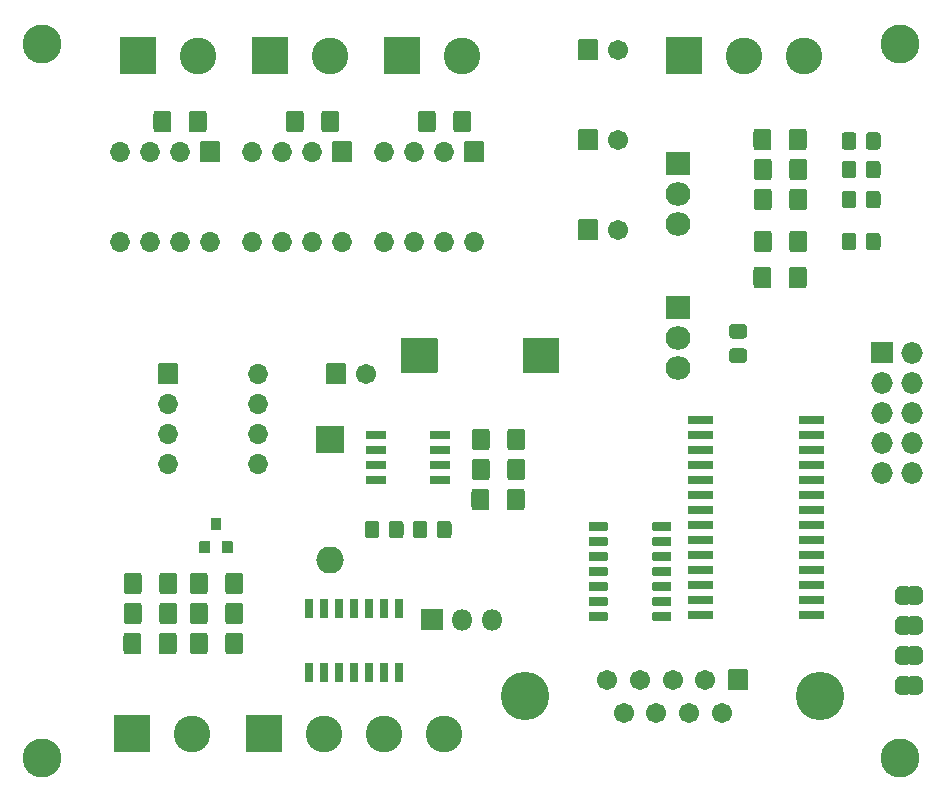
<source format=gbr>
G04 #@! TF.GenerationSoftware,KiCad,Pcbnew,(5.1.7)-1*
G04 #@! TF.CreationDate,2020-09-27T11:12:09+02:00*
G04 #@! TF.ProjectId,YAPSCO,59415053-434f-42e6-9b69-6361645f7063,rev?*
G04 #@! TF.SameCoordinates,PX6a95280PY86ae840*
G04 #@! TF.FileFunction,Soldermask,Top*
G04 #@! TF.FilePolarity,Negative*
%FSLAX46Y46*%
G04 Gerber Fmt 4.6, Leading zero omitted, Abs format (unit mm)*
G04 Created by KiCad (PCBNEW (5.1.7)-1) date 2020-09-27 11:12:09*
%MOMM*%
%LPD*%
G01*
G04 APERTURE LIST*
%ADD10C,0.100000*%
%ADD11C,3.102000*%
%ADD12C,4.102000*%
%ADD13C,1.702000*%
%ADD14C,3.302000*%
%ADD15O,2.302000X2.302000*%
%ADD16O,1.802000X1.802000*%
%ADD17O,2.102000X2.007000*%
%ADD18O,1.702000X1.702000*%
%ADD19O,1.829200X1.829200*%
G04 APERTURE END LIST*
D10*
G36*
X79142112Y16040398D02*
G01*
X79160534Y16040398D01*
X79165533Y16040152D01*
X79214364Y16035342D01*
X79219314Y16034608D01*
X79267439Y16025036D01*
X79272295Y16023820D01*
X79319250Y16009576D01*
X79323961Y16007890D01*
X79369294Y15989113D01*
X79373820Y15986973D01*
X79417093Y15963842D01*
X79421384Y15961269D01*
X79462183Y15934009D01*
X79466204Y15931027D01*
X79504133Y15899899D01*
X79507841Y15896538D01*
X79542538Y15861841D01*
X79545899Y15858133D01*
X79577027Y15820204D01*
X79580009Y15816183D01*
X79607269Y15775384D01*
X79609842Y15771093D01*
X79632973Y15727820D01*
X79635113Y15723294D01*
X79653890Y15677961D01*
X79655576Y15673250D01*
X79669820Y15626295D01*
X79671036Y15621439D01*
X79680608Y15573314D01*
X79681342Y15568364D01*
X79686152Y15519533D01*
X79686398Y15514534D01*
X79686398Y15496112D01*
X79687000Y15490000D01*
X79687000Y14990000D01*
X79686398Y14983888D01*
X79686398Y14965466D01*
X79686152Y14960467D01*
X79681342Y14911636D01*
X79680608Y14906686D01*
X79671036Y14858561D01*
X79669820Y14853705D01*
X79655576Y14806750D01*
X79653890Y14802039D01*
X79635113Y14756706D01*
X79632973Y14752180D01*
X79609842Y14708907D01*
X79607269Y14704616D01*
X79580009Y14663817D01*
X79577027Y14659796D01*
X79545899Y14621867D01*
X79542538Y14618159D01*
X79507841Y14583462D01*
X79504133Y14580101D01*
X79466204Y14548973D01*
X79462183Y14545991D01*
X79421384Y14518731D01*
X79417093Y14516158D01*
X79373820Y14493027D01*
X79369294Y14490887D01*
X79323961Y14472110D01*
X79319250Y14470424D01*
X79272295Y14456180D01*
X79267439Y14454964D01*
X79219314Y14445392D01*
X79214364Y14444658D01*
X79165533Y14439848D01*
X79160534Y14439602D01*
X79142112Y14439602D01*
X79136000Y14439000D01*
X78636000Y14439000D01*
X78626050Y14439980D01*
X78616483Y14442882D01*
X78607666Y14447595D01*
X78599938Y14453938D01*
X78593595Y14461666D01*
X78588882Y14470483D01*
X78585980Y14480050D01*
X78585000Y14490000D01*
X78585000Y15990000D01*
X78585980Y15999950D01*
X78588882Y16009517D01*
X78593595Y16018334D01*
X78599938Y16026062D01*
X78607666Y16032405D01*
X78616483Y16037118D01*
X78626050Y16040020D01*
X78636000Y16041000D01*
X79136000Y16041000D01*
X79142112Y16040398D01*
G37*
G36*
X78345950Y16040020D02*
G01*
X78355517Y16037118D01*
X78364334Y16032405D01*
X78372062Y16026062D01*
X78378405Y16018334D01*
X78383118Y16009517D01*
X78386020Y15999950D01*
X78387000Y15990000D01*
X78387000Y14490000D01*
X78386020Y14480050D01*
X78383118Y14470483D01*
X78378405Y14461666D01*
X78372062Y14453938D01*
X78364334Y14447595D01*
X78355517Y14442882D01*
X78345950Y14439980D01*
X78336000Y14439000D01*
X77836000Y14439000D01*
X77829888Y14439602D01*
X77811466Y14439602D01*
X77806467Y14439848D01*
X77757636Y14444658D01*
X77752686Y14445392D01*
X77704561Y14454964D01*
X77699705Y14456180D01*
X77652750Y14470424D01*
X77648039Y14472110D01*
X77602706Y14490887D01*
X77598180Y14493027D01*
X77554907Y14516158D01*
X77550616Y14518731D01*
X77509817Y14545991D01*
X77505796Y14548973D01*
X77467867Y14580101D01*
X77464159Y14583462D01*
X77429462Y14618159D01*
X77426101Y14621867D01*
X77394973Y14659796D01*
X77391991Y14663817D01*
X77364731Y14704616D01*
X77362158Y14708907D01*
X77339027Y14752180D01*
X77336887Y14756706D01*
X77318110Y14802039D01*
X77316424Y14806750D01*
X77302180Y14853705D01*
X77300964Y14858561D01*
X77291392Y14906686D01*
X77290658Y14911636D01*
X77285848Y14960467D01*
X77285602Y14965466D01*
X77285602Y14983888D01*
X77285000Y14990000D01*
X77285000Y15490000D01*
X77285602Y15496112D01*
X77285602Y15514534D01*
X77285848Y15519533D01*
X77290658Y15568364D01*
X77291392Y15573314D01*
X77300964Y15621439D01*
X77302180Y15626295D01*
X77316424Y15673250D01*
X77318110Y15677961D01*
X77336887Y15723294D01*
X77339027Y15727820D01*
X77362158Y15771093D01*
X77364731Y15775384D01*
X77391991Y15816183D01*
X77394973Y15820204D01*
X77426101Y15858133D01*
X77429462Y15861841D01*
X77464159Y15896538D01*
X77467867Y15899899D01*
X77505796Y15931027D01*
X77509817Y15934009D01*
X77550616Y15961269D01*
X77554907Y15963842D01*
X77598180Y15986973D01*
X77602706Y15989113D01*
X77648039Y16007890D01*
X77652750Y16009576D01*
X77699705Y16023820D01*
X77704561Y16025036D01*
X77752686Y16034608D01*
X77757636Y16035342D01*
X77806467Y16040152D01*
X77811466Y16040398D01*
X77829888Y16040398D01*
X77836000Y16041000D01*
X78336000Y16041000D01*
X78345950Y16040020D01*
G37*
G36*
X79142112Y21120398D02*
G01*
X79160534Y21120398D01*
X79165533Y21120152D01*
X79214364Y21115342D01*
X79219314Y21114608D01*
X79267439Y21105036D01*
X79272295Y21103820D01*
X79319250Y21089576D01*
X79323961Y21087890D01*
X79369294Y21069113D01*
X79373820Y21066973D01*
X79417093Y21043842D01*
X79421384Y21041269D01*
X79462183Y21014009D01*
X79466204Y21011027D01*
X79504133Y20979899D01*
X79507841Y20976538D01*
X79542538Y20941841D01*
X79545899Y20938133D01*
X79577027Y20900204D01*
X79580009Y20896183D01*
X79607269Y20855384D01*
X79609842Y20851093D01*
X79632973Y20807820D01*
X79635113Y20803294D01*
X79653890Y20757961D01*
X79655576Y20753250D01*
X79669820Y20706295D01*
X79671036Y20701439D01*
X79680608Y20653314D01*
X79681342Y20648364D01*
X79686152Y20599533D01*
X79686398Y20594534D01*
X79686398Y20576112D01*
X79687000Y20570000D01*
X79687000Y20070000D01*
X79686398Y20063888D01*
X79686398Y20045466D01*
X79686152Y20040467D01*
X79681342Y19991636D01*
X79680608Y19986686D01*
X79671036Y19938561D01*
X79669820Y19933705D01*
X79655576Y19886750D01*
X79653890Y19882039D01*
X79635113Y19836706D01*
X79632973Y19832180D01*
X79609842Y19788907D01*
X79607269Y19784616D01*
X79580009Y19743817D01*
X79577027Y19739796D01*
X79545899Y19701867D01*
X79542538Y19698159D01*
X79507841Y19663462D01*
X79504133Y19660101D01*
X79466204Y19628973D01*
X79462183Y19625991D01*
X79421384Y19598731D01*
X79417093Y19596158D01*
X79373820Y19573027D01*
X79369294Y19570887D01*
X79323961Y19552110D01*
X79319250Y19550424D01*
X79272295Y19536180D01*
X79267439Y19534964D01*
X79219314Y19525392D01*
X79214364Y19524658D01*
X79165533Y19519848D01*
X79160534Y19519602D01*
X79142112Y19519602D01*
X79136000Y19519000D01*
X78636000Y19519000D01*
X78626050Y19519980D01*
X78616483Y19522882D01*
X78607666Y19527595D01*
X78599938Y19533938D01*
X78593595Y19541666D01*
X78588882Y19550483D01*
X78585980Y19560050D01*
X78585000Y19570000D01*
X78585000Y21070000D01*
X78585980Y21079950D01*
X78588882Y21089517D01*
X78593595Y21098334D01*
X78599938Y21106062D01*
X78607666Y21112405D01*
X78616483Y21117118D01*
X78626050Y21120020D01*
X78636000Y21121000D01*
X79136000Y21121000D01*
X79142112Y21120398D01*
G37*
G36*
X78345950Y21120020D02*
G01*
X78355517Y21117118D01*
X78364334Y21112405D01*
X78372062Y21106062D01*
X78378405Y21098334D01*
X78383118Y21089517D01*
X78386020Y21079950D01*
X78387000Y21070000D01*
X78387000Y19570000D01*
X78386020Y19560050D01*
X78383118Y19550483D01*
X78378405Y19541666D01*
X78372062Y19533938D01*
X78364334Y19527595D01*
X78355517Y19522882D01*
X78345950Y19519980D01*
X78336000Y19519000D01*
X77836000Y19519000D01*
X77829888Y19519602D01*
X77811466Y19519602D01*
X77806467Y19519848D01*
X77757636Y19524658D01*
X77752686Y19525392D01*
X77704561Y19534964D01*
X77699705Y19536180D01*
X77652750Y19550424D01*
X77648039Y19552110D01*
X77602706Y19570887D01*
X77598180Y19573027D01*
X77554907Y19596158D01*
X77550616Y19598731D01*
X77509817Y19625991D01*
X77505796Y19628973D01*
X77467867Y19660101D01*
X77464159Y19663462D01*
X77429462Y19698159D01*
X77426101Y19701867D01*
X77394973Y19739796D01*
X77391991Y19743817D01*
X77364731Y19784616D01*
X77362158Y19788907D01*
X77339027Y19832180D01*
X77336887Y19836706D01*
X77318110Y19882039D01*
X77316424Y19886750D01*
X77302180Y19933705D01*
X77300964Y19938561D01*
X77291392Y19986686D01*
X77290658Y19991636D01*
X77285848Y20040467D01*
X77285602Y20045466D01*
X77285602Y20063888D01*
X77285000Y20070000D01*
X77285000Y20570000D01*
X77285602Y20576112D01*
X77285602Y20594534D01*
X77285848Y20599533D01*
X77290658Y20648364D01*
X77291392Y20653314D01*
X77300964Y20701439D01*
X77302180Y20706295D01*
X77316424Y20753250D01*
X77318110Y20757961D01*
X77336887Y20803294D01*
X77339027Y20807820D01*
X77362158Y20851093D01*
X77364731Y20855384D01*
X77391991Y20896183D01*
X77394973Y20900204D01*
X77426101Y20938133D01*
X77429462Y20941841D01*
X77464159Y20976538D01*
X77467867Y20979899D01*
X77505796Y21011027D01*
X77509817Y21014009D01*
X77550616Y21041269D01*
X77554907Y21043842D01*
X77598180Y21066973D01*
X77602706Y21069113D01*
X77648039Y21087890D01*
X77652750Y21089576D01*
X77699705Y21103820D01*
X77704561Y21105036D01*
X77752686Y21114608D01*
X77757636Y21115342D01*
X77806467Y21120152D01*
X77811466Y21120398D01*
X77829888Y21120398D01*
X77836000Y21121000D01*
X78336000Y21121000D01*
X78345950Y21120020D01*
G37*
G36*
X79142112Y18580398D02*
G01*
X79160534Y18580398D01*
X79165533Y18580152D01*
X79214364Y18575342D01*
X79219314Y18574608D01*
X79267439Y18565036D01*
X79272295Y18563820D01*
X79319250Y18549576D01*
X79323961Y18547890D01*
X79369294Y18529113D01*
X79373820Y18526973D01*
X79417093Y18503842D01*
X79421384Y18501269D01*
X79462183Y18474009D01*
X79466204Y18471027D01*
X79504133Y18439899D01*
X79507841Y18436538D01*
X79542538Y18401841D01*
X79545899Y18398133D01*
X79577027Y18360204D01*
X79580009Y18356183D01*
X79607269Y18315384D01*
X79609842Y18311093D01*
X79632973Y18267820D01*
X79635113Y18263294D01*
X79653890Y18217961D01*
X79655576Y18213250D01*
X79669820Y18166295D01*
X79671036Y18161439D01*
X79680608Y18113314D01*
X79681342Y18108364D01*
X79686152Y18059533D01*
X79686398Y18054534D01*
X79686398Y18036112D01*
X79687000Y18030000D01*
X79687000Y17530000D01*
X79686398Y17523888D01*
X79686398Y17505466D01*
X79686152Y17500467D01*
X79681342Y17451636D01*
X79680608Y17446686D01*
X79671036Y17398561D01*
X79669820Y17393705D01*
X79655576Y17346750D01*
X79653890Y17342039D01*
X79635113Y17296706D01*
X79632973Y17292180D01*
X79609842Y17248907D01*
X79607269Y17244616D01*
X79580009Y17203817D01*
X79577027Y17199796D01*
X79545899Y17161867D01*
X79542538Y17158159D01*
X79507841Y17123462D01*
X79504133Y17120101D01*
X79466204Y17088973D01*
X79462183Y17085991D01*
X79421384Y17058731D01*
X79417093Y17056158D01*
X79373820Y17033027D01*
X79369294Y17030887D01*
X79323961Y17012110D01*
X79319250Y17010424D01*
X79272295Y16996180D01*
X79267439Y16994964D01*
X79219314Y16985392D01*
X79214364Y16984658D01*
X79165533Y16979848D01*
X79160534Y16979602D01*
X79142112Y16979602D01*
X79136000Y16979000D01*
X78636000Y16979000D01*
X78626050Y16979980D01*
X78616483Y16982882D01*
X78607666Y16987595D01*
X78599938Y16993938D01*
X78593595Y17001666D01*
X78588882Y17010483D01*
X78585980Y17020050D01*
X78585000Y17030000D01*
X78585000Y18530000D01*
X78585980Y18539950D01*
X78588882Y18549517D01*
X78593595Y18558334D01*
X78599938Y18566062D01*
X78607666Y18572405D01*
X78616483Y18577118D01*
X78626050Y18580020D01*
X78636000Y18581000D01*
X79136000Y18581000D01*
X79142112Y18580398D01*
G37*
G36*
X78345950Y18580020D02*
G01*
X78355517Y18577118D01*
X78364334Y18572405D01*
X78372062Y18566062D01*
X78378405Y18558334D01*
X78383118Y18549517D01*
X78386020Y18539950D01*
X78387000Y18530000D01*
X78387000Y17030000D01*
X78386020Y17020050D01*
X78383118Y17010483D01*
X78378405Y17001666D01*
X78372062Y16993938D01*
X78364334Y16987595D01*
X78355517Y16982882D01*
X78345950Y16979980D01*
X78336000Y16979000D01*
X77836000Y16979000D01*
X77829888Y16979602D01*
X77811466Y16979602D01*
X77806467Y16979848D01*
X77757636Y16984658D01*
X77752686Y16985392D01*
X77704561Y16994964D01*
X77699705Y16996180D01*
X77652750Y17010424D01*
X77648039Y17012110D01*
X77602706Y17030887D01*
X77598180Y17033027D01*
X77554907Y17056158D01*
X77550616Y17058731D01*
X77509817Y17085991D01*
X77505796Y17088973D01*
X77467867Y17120101D01*
X77464159Y17123462D01*
X77429462Y17158159D01*
X77426101Y17161867D01*
X77394973Y17199796D01*
X77391991Y17203817D01*
X77364731Y17244616D01*
X77362158Y17248907D01*
X77339027Y17292180D01*
X77336887Y17296706D01*
X77318110Y17342039D01*
X77316424Y17346750D01*
X77302180Y17393705D01*
X77300964Y17398561D01*
X77291392Y17446686D01*
X77290658Y17451636D01*
X77285848Y17500467D01*
X77285602Y17505466D01*
X77285602Y17523888D01*
X77285000Y17530000D01*
X77285000Y18030000D01*
X77285602Y18036112D01*
X77285602Y18054534D01*
X77285848Y18059533D01*
X77290658Y18108364D01*
X77291392Y18113314D01*
X77300964Y18161439D01*
X77302180Y18166295D01*
X77316424Y18213250D01*
X77318110Y18217961D01*
X77336887Y18263294D01*
X77339027Y18267820D01*
X77362158Y18311093D01*
X77364731Y18315384D01*
X77391991Y18356183D01*
X77394973Y18360204D01*
X77426101Y18398133D01*
X77429462Y18401841D01*
X77464159Y18436538D01*
X77467867Y18439899D01*
X77505796Y18471027D01*
X77509817Y18474009D01*
X77550616Y18501269D01*
X77554907Y18503842D01*
X77598180Y18526973D01*
X77602706Y18529113D01*
X77648039Y18547890D01*
X77652750Y18549576D01*
X77699705Y18563820D01*
X77704561Y18565036D01*
X77752686Y18574608D01*
X77757636Y18575342D01*
X77806467Y18580152D01*
X77811466Y18580398D01*
X77829888Y18580398D01*
X77836000Y18581000D01*
X78336000Y18581000D01*
X78345950Y18580020D01*
G37*
G36*
X79142112Y13500398D02*
G01*
X79160534Y13500398D01*
X79165533Y13500152D01*
X79214364Y13495342D01*
X79219314Y13494608D01*
X79267439Y13485036D01*
X79272295Y13483820D01*
X79319250Y13469576D01*
X79323961Y13467890D01*
X79369294Y13449113D01*
X79373820Y13446973D01*
X79417093Y13423842D01*
X79421384Y13421269D01*
X79462183Y13394009D01*
X79466204Y13391027D01*
X79504133Y13359899D01*
X79507841Y13356538D01*
X79542538Y13321841D01*
X79545899Y13318133D01*
X79577027Y13280204D01*
X79580009Y13276183D01*
X79607269Y13235384D01*
X79609842Y13231093D01*
X79632973Y13187820D01*
X79635113Y13183294D01*
X79653890Y13137961D01*
X79655576Y13133250D01*
X79669820Y13086295D01*
X79671036Y13081439D01*
X79680608Y13033314D01*
X79681342Y13028364D01*
X79686152Y12979533D01*
X79686398Y12974534D01*
X79686398Y12956112D01*
X79687000Y12950000D01*
X79687000Y12450000D01*
X79686398Y12443888D01*
X79686398Y12425466D01*
X79686152Y12420467D01*
X79681342Y12371636D01*
X79680608Y12366686D01*
X79671036Y12318561D01*
X79669820Y12313705D01*
X79655576Y12266750D01*
X79653890Y12262039D01*
X79635113Y12216706D01*
X79632973Y12212180D01*
X79609842Y12168907D01*
X79607269Y12164616D01*
X79580009Y12123817D01*
X79577027Y12119796D01*
X79545899Y12081867D01*
X79542538Y12078159D01*
X79507841Y12043462D01*
X79504133Y12040101D01*
X79466204Y12008973D01*
X79462183Y12005991D01*
X79421384Y11978731D01*
X79417093Y11976158D01*
X79373820Y11953027D01*
X79369294Y11950887D01*
X79323961Y11932110D01*
X79319250Y11930424D01*
X79272295Y11916180D01*
X79267439Y11914964D01*
X79219314Y11905392D01*
X79214364Y11904658D01*
X79165533Y11899848D01*
X79160534Y11899602D01*
X79142112Y11899602D01*
X79136000Y11899000D01*
X78636000Y11899000D01*
X78626050Y11899980D01*
X78616483Y11902882D01*
X78607666Y11907595D01*
X78599938Y11913938D01*
X78593595Y11921666D01*
X78588882Y11930483D01*
X78585980Y11940050D01*
X78585000Y11950000D01*
X78585000Y13450000D01*
X78585980Y13459950D01*
X78588882Y13469517D01*
X78593595Y13478334D01*
X78599938Y13486062D01*
X78607666Y13492405D01*
X78616483Y13497118D01*
X78626050Y13500020D01*
X78636000Y13501000D01*
X79136000Y13501000D01*
X79142112Y13500398D01*
G37*
G36*
X78345950Y13500020D02*
G01*
X78355517Y13497118D01*
X78364334Y13492405D01*
X78372062Y13486062D01*
X78378405Y13478334D01*
X78383118Y13469517D01*
X78386020Y13459950D01*
X78387000Y13450000D01*
X78387000Y11950000D01*
X78386020Y11940050D01*
X78383118Y11930483D01*
X78378405Y11921666D01*
X78372062Y11913938D01*
X78364334Y11907595D01*
X78355517Y11902882D01*
X78345950Y11899980D01*
X78336000Y11899000D01*
X77836000Y11899000D01*
X77829888Y11899602D01*
X77811466Y11899602D01*
X77806467Y11899848D01*
X77757636Y11904658D01*
X77752686Y11905392D01*
X77704561Y11914964D01*
X77699705Y11916180D01*
X77652750Y11930424D01*
X77648039Y11932110D01*
X77602706Y11950887D01*
X77598180Y11953027D01*
X77554907Y11976158D01*
X77550616Y11978731D01*
X77509817Y12005991D01*
X77505796Y12008973D01*
X77467867Y12040101D01*
X77464159Y12043462D01*
X77429462Y12078159D01*
X77426101Y12081867D01*
X77394973Y12119796D01*
X77391991Y12123817D01*
X77364731Y12164616D01*
X77362158Y12168907D01*
X77339027Y12212180D01*
X77336887Y12216706D01*
X77318110Y12262039D01*
X77316424Y12266750D01*
X77302180Y12313705D01*
X77300964Y12318561D01*
X77291392Y12366686D01*
X77290658Y12371636D01*
X77285848Y12420467D01*
X77285602Y12425466D01*
X77285602Y12443888D01*
X77285000Y12450000D01*
X77285000Y12950000D01*
X77285602Y12956112D01*
X77285602Y12974534D01*
X77285848Y12979533D01*
X77290658Y13028364D01*
X77291392Y13033314D01*
X77300964Y13081439D01*
X77302180Y13086295D01*
X77316424Y13133250D01*
X77318110Y13137961D01*
X77336887Y13183294D01*
X77339027Y13187820D01*
X77362158Y13231093D01*
X77364731Y13235384D01*
X77391991Y13276183D01*
X77394973Y13280204D01*
X77426101Y13318133D01*
X77429462Y13321841D01*
X77464159Y13356538D01*
X77467867Y13359899D01*
X77505796Y13391027D01*
X77509817Y13394009D01*
X77550616Y13421269D01*
X77554907Y13423842D01*
X77598180Y13446973D01*
X77602706Y13449113D01*
X77648039Y13467890D01*
X77652750Y13469576D01*
X77699705Y13483820D01*
X77704561Y13485036D01*
X77752686Y13494608D01*
X77757636Y13495342D01*
X77806467Y13500152D01*
X77811466Y13500398D01*
X77829888Y13500398D01*
X77836000Y13501000D01*
X78336000Y13501000D01*
X78345950Y13500020D01*
G37*
D11*
X17780000Y8636000D03*
G36*
G01*
X11149000Y7136000D02*
X11149000Y10136000D01*
G75*
G02*
X11200000Y10187000I51000J0D01*
G01*
X14200000Y10187000D01*
G75*
G02*
X14251000Y10136000I0J-51000D01*
G01*
X14251000Y7136000D01*
G75*
G02*
X14200000Y7085000I-51000J0D01*
G01*
X11200000Y7085000D01*
G75*
G02*
X11149000Y7136000I0J51000D01*
G01*
G37*
D12*
X70968000Y11788000D03*
X45968000Y11788000D03*
D13*
X54313000Y10368000D03*
X57083000Y10368000D03*
X59853000Y10368000D03*
X62623000Y10368000D03*
X52928000Y13208000D03*
X55698000Y13208000D03*
X58468000Y13208000D03*
X61238000Y13208000D03*
G36*
G01*
X63157000Y12408000D02*
X63157000Y14008000D01*
G75*
G02*
X63208000Y14059000I51000J0D01*
G01*
X64808000Y14059000D01*
G75*
G02*
X64859000Y14008000I0J-51000D01*
G01*
X64859000Y12408000D01*
G75*
G02*
X64808000Y12357000I-51000J0D01*
G01*
X63208000Y12357000D01*
G75*
G02*
X63157000Y12408000I0J51000D01*
G01*
G37*
G36*
G01*
X27986000Y18409000D02*
X27386000Y18409000D01*
G75*
G02*
X27335000Y18460000I0J51000D01*
G01*
X27335000Y19960000D01*
G75*
G02*
X27386000Y20011000I51000J0D01*
G01*
X27986000Y20011000D01*
G75*
G02*
X28037000Y19960000I0J-51000D01*
G01*
X28037000Y18460000D01*
G75*
G02*
X27986000Y18409000I-51000J0D01*
G01*
G37*
G36*
G01*
X29256000Y18409000D02*
X28656000Y18409000D01*
G75*
G02*
X28605000Y18460000I0J51000D01*
G01*
X28605000Y19960000D01*
G75*
G02*
X28656000Y20011000I51000J0D01*
G01*
X29256000Y20011000D01*
G75*
G02*
X29307000Y19960000I0J-51000D01*
G01*
X29307000Y18460000D01*
G75*
G02*
X29256000Y18409000I-51000J0D01*
G01*
G37*
G36*
G01*
X30526000Y18409000D02*
X29926000Y18409000D01*
G75*
G02*
X29875000Y18460000I0J51000D01*
G01*
X29875000Y19960000D01*
G75*
G02*
X29926000Y20011000I51000J0D01*
G01*
X30526000Y20011000D01*
G75*
G02*
X30577000Y19960000I0J-51000D01*
G01*
X30577000Y18460000D01*
G75*
G02*
X30526000Y18409000I-51000J0D01*
G01*
G37*
G36*
G01*
X31796000Y18409000D02*
X31196000Y18409000D01*
G75*
G02*
X31145000Y18460000I0J51000D01*
G01*
X31145000Y19960000D01*
G75*
G02*
X31196000Y20011000I51000J0D01*
G01*
X31796000Y20011000D01*
G75*
G02*
X31847000Y19960000I0J-51000D01*
G01*
X31847000Y18460000D01*
G75*
G02*
X31796000Y18409000I-51000J0D01*
G01*
G37*
G36*
G01*
X33066000Y18409000D02*
X32466000Y18409000D01*
G75*
G02*
X32415000Y18460000I0J51000D01*
G01*
X32415000Y19960000D01*
G75*
G02*
X32466000Y20011000I51000J0D01*
G01*
X33066000Y20011000D01*
G75*
G02*
X33117000Y19960000I0J-51000D01*
G01*
X33117000Y18460000D01*
G75*
G02*
X33066000Y18409000I-51000J0D01*
G01*
G37*
G36*
G01*
X34336000Y18409000D02*
X33736000Y18409000D01*
G75*
G02*
X33685000Y18460000I0J51000D01*
G01*
X33685000Y19960000D01*
G75*
G02*
X33736000Y20011000I51000J0D01*
G01*
X34336000Y20011000D01*
G75*
G02*
X34387000Y19960000I0J-51000D01*
G01*
X34387000Y18460000D01*
G75*
G02*
X34336000Y18409000I-51000J0D01*
G01*
G37*
G36*
G01*
X35606000Y18409000D02*
X35006000Y18409000D01*
G75*
G02*
X34955000Y18460000I0J51000D01*
G01*
X34955000Y19960000D01*
G75*
G02*
X35006000Y20011000I51000J0D01*
G01*
X35606000Y20011000D01*
G75*
G02*
X35657000Y19960000I0J-51000D01*
G01*
X35657000Y18460000D01*
G75*
G02*
X35606000Y18409000I-51000J0D01*
G01*
G37*
G36*
G01*
X35606000Y13009000D02*
X35006000Y13009000D01*
G75*
G02*
X34955000Y13060000I0J51000D01*
G01*
X34955000Y14560000D01*
G75*
G02*
X35006000Y14611000I51000J0D01*
G01*
X35606000Y14611000D01*
G75*
G02*
X35657000Y14560000I0J-51000D01*
G01*
X35657000Y13060000D01*
G75*
G02*
X35606000Y13009000I-51000J0D01*
G01*
G37*
G36*
G01*
X34336000Y13009000D02*
X33736000Y13009000D01*
G75*
G02*
X33685000Y13060000I0J51000D01*
G01*
X33685000Y14560000D01*
G75*
G02*
X33736000Y14611000I51000J0D01*
G01*
X34336000Y14611000D01*
G75*
G02*
X34387000Y14560000I0J-51000D01*
G01*
X34387000Y13060000D01*
G75*
G02*
X34336000Y13009000I-51000J0D01*
G01*
G37*
G36*
G01*
X33066000Y13009000D02*
X32466000Y13009000D01*
G75*
G02*
X32415000Y13060000I0J51000D01*
G01*
X32415000Y14560000D01*
G75*
G02*
X32466000Y14611000I51000J0D01*
G01*
X33066000Y14611000D01*
G75*
G02*
X33117000Y14560000I0J-51000D01*
G01*
X33117000Y13060000D01*
G75*
G02*
X33066000Y13009000I-51000J0D01*
G01*
G37*
G36*
G01*
X31796000Y13009000D02*
X31196000Y13009000D01*
G75*
G02*
X31145000Y13060000I0J51000D01*
G01*
X31145000Y14560000D01*
G75*
G02*
X31196000Y14611000I51000J0D01*
G01*
X31796000Y14611000D01*
G75*
G02*
X31847000Y14560000I0J-51000D01*
G01*
X31847000Y13060000D01*
G75*
G02*
X31796000Y13009000I-51000J0D01*
G01*
G37*
G36*
G01*
X30526000Y13009000D02*
X29926000Y13009000D01*
G75*
G02*
X29875000Y13060000I0J51000D01*
G01*
X29875000Y14560000D01*
G75*
G02*
X29926000Y14611000I51000J0D01*
G01*
X30526000Y14611000D01*
G75*
G02*
X30577000Y14560000I0J-51000D01*
G01*
X30577000Y13060000D01*
G75*
G02*
X30526000Y13009000I-51000J0D01*
G01*
G37*
G36*
G01*
X29256000Y13009000D02*
X28656000Y13009000D01*
G75*
G02*
X28605000Y13060000I0J51000D01*
G01*
X28605000Y14560000D01*
G75*
G02*
X28656000Y14611000I51000J0D01*
G01*
X29256000Y14611000D01*
G75*
G02*
X29307000Y14560000I0J-51000D01*
G01*
X29307000Y13060000D01*
G75*
G02*
X29256000Y13009000I-51000J0D01*
G01*
G37*
G36*
G01*
X27986000Y13009000D02*
X27386000Y13009000D01*
G75*
G02*
X27335000Y13060000I0J51000D01*
G01*
X27335000Y14560000D01*
G75*
G02*
X27386000Y14611000I51000J0D01*
G01*
X27986000Y14611000D01*
G75*
G02*
X28037000Y14560000I0J-51000D01*
G01*
X28037000Y13060000D01*
G75*
G02*
X27986000Y13009000I-51000J0D01*
G01*
G37*
D14*
X5080000Y6604000D03*
X5080000Y67056000D03*
X77724000Y6604000D03*
X77724000Y67056000D03*
D13*
X53808000Y51308000D03*
G36*
G01*
X50457000Y50508000D02*
X50457000Y52108000D01*
G75*
G02*
X50508000Y52159000I51000J0D01*
G01*
X52108000Y52159000D01*
G75*
G02*
X52159000Y52108000I0J-51000D01*
G01*
X52159000Y50508000D01*
G75*
G02*
X52108000Y50457000I-51000J0D01*
G01*
X50508000Y50457000D01*
G75*
G02*
X50457000Y50508000I0J51000D01*
G01*
G37*
G36*
G01*
X64486828Y42055000D02*
X63529172Y42055000D01*
G75*
G02*
X63257000Y42327172I0J272172D01*
G01*
X63257000Y43034828D01*
G75*
G02*
X63529172Y43307000I272172J0D01*
G01*
X64486828Y43307000D01*
G75*
G02*
X64759000Y43034828I0J-272172D01*
G01*
X64759000Y42327172D01*
G75*
G02*
X64486828Y42055000I-272172J0D01*
G01*
G37*
G36*
G01*
X64486828Y40005000D02*
X63529172Y40005000D01*
G75*
G02*
X63257000Y40277172I0J272172D01*
G01*
X63257000Y40984828D01*
G75*
G02*
X63529172Y41257000I272172J0D01*
G01*
X64486828Y41257000D01*
G75*
G02*
X64759000Y40984828I0J-272172D01*
G01*
X64759000Y40277172D01*
G75*
G02*
X64486828Y40005000I-272172J0D01*
G01*
G37*
X53808000Y66548000D03*
G36*
G01*
X50457000Y65748000D02*
X50457000Y67348000D01*
G75*
G02*
X50508000Y67399000I51000J0D01*
G01*
X52108000Y67399000D01*
G75*
G02*
X52159000Y67348000I0J-51000D01*
G01*
X52159000Y65748000D01*
G75*
G02*
X52108000Y65697000I-51000J0D01*
G01*
X50508000Y65697000D01*
G75*
G02*
X50457000Y65748000I0J51000D01*
G01*
G37*
X32472000Y39116000D03*
G36*
G01*
X29121000Y38316000D02*
X29121000Y39916000D01*
G75*
G02*
X29172000Y39967000I51000J0D01*
G01*
X30772000Y39967000D01*
G75*
G02*
X30823000Y39916000I0J-51000D01*
G01*
X30823000Y38316000D01*
G75*
G02*
X30772000Y38265000I-51000J0D01*
G01*
X29172000Y38265000D01*
G75*
G02*
X29121000Y38316000I0J51000D01*
G01*
G37*
X53808000Y58928000D03*
G36*
G01*
X50457000Y58128000D02*
X50457000Y59728000D01*
G75*
G02*
X50508000Y59779000I51000J0D01*
G01*
X52108000Y59779000D01*
G75*
G02*
X52159000Y59728000I0J-51000D01*
G01*
X52159000Y58128000D01*
G75*
G02*
X52108000Y58077000I-51000J0D01*
G01*
X50508000Y58077000D01*
G75*
G02*
X50457000Y58128000I0J51000D01*
G01*
G37*
D15*
X29464000Y23368000D03*
G36*
G01*
X28364000Y34679000D02*
X30564000Y34679000D01*
G75*
G02*
X30615000Y34628000I0J-51000D01*
G01*
X30615000Y32428000D01*
G75*
G02*
X30564000Y32377000I-51000J0D01*
G01*
X28364000Y32377000D01*
G75*
G02*
X28313000Y32428000I0J51000D01*
G01*
X28313000Y34628000D01*
G75*
G02*
X28364000Y34679000I51000J0D01*
G01*
G37*
G36*
G01*
X74023000Y59279828D02*
X74023000Y58322172D01*
G75*
G02*
X73750828Y58050000I-272172J0D01*
G01*
X73043172Y58050000D01*
G75*
G02*
X72771000Y58322172I0J272172D01*
G01*
X72771000Y59279828D01*
G75*
G02*
X73043172Y59552000I272172J0D01*
G01*
X73750828Y59552000D01*
G75*
G02*
X74023000Y59279828I0J-272172D01*
G01*
G37*
G36*
G01*
X76073000Y59279828D02*
X76073000Y58322172D01*
G75*
G02*
X75800828Y58050000I-272172J0D01*
G01*
X75093172Y58050000D01*
G75*
G02*
X74821000Y58322172I0J272172D01*
G01*
X74821000Y59279828D01*
G75*
G02*
X75093172Y59552000I272172J0D01*
G01*
X75800828Y59552000D01*
G75*
G02*
X76073000Y59279828I0J-272172D01*
G01*
G37*
G36*
G01*
X74023000Y56866828D02*
X74023000Y55909172D01*
G75*
G02*
X73750828Y55637000I-272172J0D01*
G01*
X73043172Y55637000D01*
G75*
G02*
X72771000Y55909172I0J272172D01*
G01*
X72771000Y56866828D01*
G75*
G02*
X73043172Y57139000I272172J0D01*
G01*
X73750828Y57139000D01*
G75*
G02*
X74023000Y56866828I0J-272172D01*
G01*
G37*
G36*
G01*
X76073000Y56866828D02*
X76073000Y55909172D01*
G75*
G02*
X75800828Y55637000I-272172J0D01*
G01*
X75093172Y55637000D01*
G75*
G02*
X74821000Y55909172I0J272172D01*
G01*
X74821000Y56866828D01*
G75*
G02*
X75093172Y57139000I272172J0D01*
G01*
X75800828Y57139000D01*
G75*
G02*
X76073000Y56866828I0J-272172D01*
G01*
G37*
G36*
G01*
X74023000Y54326828D02*
X74023000Y53369172D01*
G75*
G02*
X73750828Y53097000I-272172J0D01*
G01*
X73043172Y53097000D01*
G75*
G02*
X72771000Y53369172I0J272172D01*
G01*
X72771000Y54326828D01*
G75*
G02*
X73043172Y54599000I272172J0D01*
G01*
X73750828Y54599000D01*
G75*
G02*
X74023000Y54326828I0J-272172D01*
G01*
G37*
G36*
G01*
X76073000Y54326828D02*
X76073000Y53369172D01*
G75*
G02*
X75800828Y53097000I-272172J0D01*
G01*
X75093172Y53097000D01*
G75*
G02*
X74821000Y53369172I0J272172D01*
G01*
X74821000Y54326828D01*
G75*
G02*
X75093172Y54599000I272172J0D01*
G01*
X75800828Y54599000D01*
G75*
G02*
X76073000Y54326828I0J-272172D01*
G01*
G37*
G36*
G01*
X74023000Y50770828D02*
X74023000Y49813172D01*
G75*
G02*
X73750828Y49541000I-272172J0D01*
G01*
X73043172Y49541000D01*
G75*
G02*
X72771000Y49813172I0J272172D01*
G01*
X72771000Y50770828D01*
G75*
G02*
X73043172Y51043000I272172J0D01*
G01*
X73750828Y51043000D01*
G75*
G02*
X74023000Y50770828I0J-272172D01*
G01*
G37*
G36*
G01*
X76073000Y50770828D02*
X76073000Y49813172D01*
G75*
G02*
X75800828Y49541000I-272172J0D01*
G01*
X75093172Y49541000D01*
G75*
G02*
X74821000Y49813172I0J272172D01*
G01*
X74821000Y50770828D01*
G75*
G02*
X75093172Y51043000I272172J0D01*
G01*
X75800828Y51043000D01*
G75*
G02*
X76073000Y50770828I0J-272172D01*
G01*
G37*
D11*
X69596000Y66040000D03*
X64516000Y66040000D03*
G36*
G01*
X57885000Y64540000D02*
X57885000Y67540000D01*
G75*
G02*
X57936000Y67591000I51000J0D01*
G01*
X60936000Y67591000D01*
G75*
G02*
X60987000Y67540000I0J-51000D01*
G01*
X60987000Y64540000D01*
G75*
G02*
X60936000Y64489000I-51000J0D01*
G01*
X57936000Y64489000D01*
G75*
G02*
X57885000Y64540000I0J51000D01*
G01*
G37*
D16*
X43180000Y18288000D03*
X40640000Y18288000D03*
G36*
G01*
X38950000Y17387000D02*
X37250000Y17387000D01*
G75*
G02*
X37199000Y17438000I0J51000D01*
G01*
X37199000Y19138000D01*
G75*
G02*
X37250000Y19189000I51000J0D01*
G01*
X38950000Y19189000D01*
G75*
G02*
X39001000Y19138000I0J-51000D01*
G01*
X39001000Y17438000D01*
G75*
G02*
X38950000Y17387000I-51000J0D01*
G01*
G37*
G36*
G01*
X45763000Y39240000D02*
X45763000Y42040000D01*
G75*
G02*
X45814000Y42091000I51000J0D01*
G01*
X48814000Y42091000D01*
G75*
G02*
X48865000Y42040000I0J-51000D01*
G01*
X48865000Y39240000D01*
G75*
G02*
X48814000Y39189000I-51000J0D01*
G01*
X45814000Y39189000D01*
G75*
G02*
X45763000Y39240000I0J51000D01*
G01*
G37*
G36*
G01*
X35463000Y39240000D02*
X35463000Y42040000D01*
G75*
G02*
X35514000Y42091000I51000J0D01*
G01*
X38514000Y42091000D01*
G75*
G02*
X38565000Y42040000I0J-51000D01*
G01*
X38565000Y39240000D01*
G75*
G02*
X38514000Y39189000I-51000J0D01*
G01*
X35514000Y39189000D01*
G75*
G02*
X35463000Y39240000I0J51000D01*
G01*
G37*
D11*
X40640000Y66040000D03*
G36*
G01*
X34009000Y64540000D02*
X34009000Y67540000D01*
G75*
G02*
X34060000Y67591000I51000J0D01*
G01*
X37060000Y67591000D01*
G75*
G02*
X37111000Y67540000I0J-51000D01*
G01*
X37111000Y64540000D01*
G75*
G02*
X37060000Y64489000I-51000J0D01*
G01*
X34060000Y64489000D01*
G75*
G02*
X34009000Y64540000I0J51000D01*
G01*
G37*
X29464000Y66040000D03*
G36*
G01*
X22833000Y64540000D02*
X22833000Y67540000D01*
G75*
G02*
X22884000Y67591000I51000J0D01*
G01*
X25884000Y67591000D01*
G75*
G02*
X25935000Y67540000I0J-51000D01*
G01*
X25935000Y64540000D01*
G75*
G02*
X25884000Y64489000I-51000J0D01*
G01*
X22884000Y64489000D01*
G75*
G02*
X22833000Y64540000I0J51000D01*
G01*
G37*
X18288000Y66040000D03*
G36*
G01*
X11657000Y64540000D02*
X11657000Y67540000D01*
G75*
G02*
X11708000Y67591000I51000J0D01*
G01*
X14708000Y67591000D01*
G75*
G02*
X14759000Y67540000I0J-51000D01*
G01*
X14759000Y64540000D01*
G75*
G02*
X14708000Y64489000I-51000J0D01*
G01*
X11708000Y64489000D01*
G75*
G02*
X11657000Y64540000I0J51000D01*
G01*
G37*
X39116000Y8636000D03*
G36*
G01*
X22325000Y7136000D02*
X22325000Y10136000D01*
G75*
G02*
X22376000Y10187000I51000J0D01*
G01*
X25376000Y10187000D01*
G75*
G02*
X25427000Y10136000I0J-51000D01*
G01*
X25427000Y7136000D01*
G75*
G02*
X25376000Y7085000I-51000J0D01*
G01*
X22376000Y7085000D01*
G75*
G02*
X22325000Y7136000I0J51000D01*
G01*
G37*
X34036000Y8636000D03*
X28956000Y8636000D03*
G36*
G01*
X20212000Y25899000D02*
X19412000Y25899000D01*
G75*
G02*
X19361000Y25950000I0J51000D01*
G01*
X19361000Y26850000D01*
G75*
G02*
X19412000Y26901000I51000J0D01*
G01*
X20212000Y26901000D01*
G75*
G02*
X20263000Y26850000I0J-51000D01*
G01*
X20263000Y25950000D01*
G75*
G02*
X20212000Y25899000I-51000J0D01*
G01*
G37*
G36*
G01*
X21162000Y23899000D02*
X20362000Y23899000D01*
G75*
G02*
X20311000Y23950000I0J51000D01*
G01*
X20311000Y24850000D01*
G75*
G02*
X20362000Y24901000I51000J0D01*
G01*
X21162000Y24901000D01*
G75*
G02*
X21213000Y24850000I0J-51000D01*
G01*
X21213000Y23950000D01*
G75*
G02*
X21162000Y23899000I-51000J0D01*
G01*
G37*
G36*
G01*
X19262000Y23899000D02*
X18462000Y23899000D01*
G75*
G02*
X18411000Y23950000I0J51000D01*
G01*
X18411000Y24850000D01*
G75*
G02*
X18462000Y24901000I51000J0D01*
G01*
X19262000Y24901000D01*
G75*
G02*
X19313000Y24850000I0J-51000D01*
G01*
X19313000Y23950000D01*
G75*
G02*
X19262000Y23899000I-51000J0D01*
G01*
G37*
G36*
G01*
X68288000Y58269894D02*
X68288000Y59586106D01*
G75*
G02*
X68555894Y59854000I267894J0D01*
G01*
X69547106Y59854000D01*
G75*
G02*
X69815000Y59586106I0J-267894D01*
G01*
X69815000Y58269894D01*
G75*
G02*
X69547106Y58002000I-267894J0D01*
G01*
X68555894Y58002000D01*
G75*
G02*
X68288000Y58269894I0J267894D01*
G01*
G37*
G36*
G01*
X65313000Y58269894D02*
X65313000Y59586106D01*
G75*
G02*
X65580894Y59854000I267894J0D01*
G01*
X66572106Y59854000D01*
G75*
G02*
X66840000Y59586106I0J-267894D01*
G01*
X66840000Y58269894D01*
G75*
G02*
X66572106Y58002000I-267894J0D01*
G01*
X65580894Y58002000D01*
G75*
G02*
X65313000Y58269894I0J267894D01*
G01*
G37*
G36*
G01*
X68324500Y55729894D02*
X68324500Y57046106D01*
G75*
G02*
X68592394Y57314000I267894J0D01*
G01*
X69583606Y57314000D01*
G75*
G02*
X69851500Y57046106I0J-267894D01*
G01*
X69851500Y55729894D01*
G75*
G02*
X69583606Y55462000I-267894J0D01*
G01*
X68592394Y55462000D01*
G75*
G02*
X68324500Y55729894I0J267894D01*
G01*
G37*
G36*
G01*
X65349500Y55729894D02*
X65349500Y57046106D01*
G75*
G02*
X65617394Y57314000I267894J0D01*
G01*
X66608606Y57314000D01*
G75*
G02*
X66876500Y57046106I0J-267894D01*
G01*
X66876500Y55729894D01*
G75*
G02*
X66608606Y55462000I-267894J0D01*
G01*
X65617394Y55462000D01*
G75*
G02*
X65349500Y55729894I0J267894D01*
G01*
G37*
G36*
G01*
X66876500Y54506106D02*
X66876500Y53189894D01*
G75*
G02*
X66608606Y52922000I-267894J0D01*
G01*
X65617394Y52922000D01*
G75*
G02*
X65349500Y53189894I0J267894D01*
G01*
X65349500Y54506106D01*
G75*
G02*
X65617394Y54774000I267894J0D01*
G01*
X66608606Y54774000D01*
G75*
G02*
X66876500Y54506106I0J-267894D01*
G01*
G37*
G36*
G01*
X69851500Y54506106D02*
X69851500Y53189894D01*
G75*
G02*
X69583606Y52922000I-267894J0D01*
G01*
X68592394Y52922000D01*
G75*
G02*
X68324500Y53189894I0J267894D01*
G01*
X68324500Y54506106D01*
G75*
G02*
X68592394Y54774000I267894J0D01*
G01*
X69583606Y54774000D01*
G75*
G02*
X69851500Y54506106I0J-267894D01*
G01*
G37*
G36*
G01*
X68324500Y49633894D02*
X68324500Y50950106D01*
G75*
G02*
X68592394Y51218000I267894J0D01*
G01*
X69583606Y51218000D01*
G75*
G02*
X69851500Y50950106I0J-267894D01*
G01*
X69851500Y49633894D01*
G75*
G02*
X69583606Y49366000I-267894J0D01*
G01*
X68592394Y49366000D01*
G75*
G02*
X68324500Y49633894I0J267894D01*
G01*
G37*
G36*
G01*
X65349500Y49633894D02*
X65349500Y50950106D01*
G75*
G02*
X65617394Y51218000I267894J0D01*
G01*
X66608606Y51218000D01*
G75*
G02*
X66876500Y50950106I0J-267894D01*
G01*
X66876500Y49633894D01*
G75*
G02*
X66608606Y49366000I-267894J0D01*
G01*
X65617394Y49366000D01*
G75*
G02*
X65349500Y49633894I0J267894D01*
G01*
G37*
G36*
G01*
X68288000Y46585894D02*
X68288000Y47902106D01*
G75*
G02*
X68555894Y48170000I267894J0D01*
G01*
X69547106Y48170000D01*
G75*
G02*
X69815000Y47902106I0J-267894D01*
G01*
X69815000Y46585894D01*
G75*
G02*
X69547106Y46318000I-267894J0D01*
G01*
X68555894Y46318000D01*
G75*
G02*
X68288000Y46585894I0J267894D01*
G01*
G37*
G36*
G01*
X65313000Y46585894D02*
X65313000Y47902106D01*
G75*
G02*
X65580894Y48170000I267894J0D01*
G01*
X66572106Y48170000D01*
G75*
G02*
X66840000Y47902106I0J-267894D01*
G01*
X66840000Y46585894D01*
G75*
G02*
X66572106Y46318000I-267894J0D01*
G01*
X65580894Y46318000D01*
G75*
G02*
X65313000Y46585894I0J267894D01*
G01*
G37*
G36*
G01*
X39876500Y59793894D02*
X39876500Y61110106D01*
G75*
G02*
X40144394Y61378000I267894J0D01*
G01*
X41135606Y61378000D01*
G75*
G02*
X41403500Y61110106I0J-267894D01*
G01*
X41403500Y59793894D01*
G75*
G02*
X41135606Y59526000I-267894J0D01*
G01*
X40144394Y59526000D01*
G75*
G02*
X39876500Y59793894I0J267894D01*
G01*
G37*
G36*
G01*
X36901500Y59793894D02*
X36901500Y61110106D01*
G75*
G02*
X37169394Y61378000I267894J0D01*
G01*
X38160606Y61378000D01*
G75*
G02*
X38428500Y61110106I0J-267894D01*
G01*
X38428500Y59793894D01*
G75*
G02*
X38160606Y59526000I-267894J0D01*
G01*
X37169394Y59526000D01*
G75*
G02*
X36901500Y59793894I0J267894D01*
G01*
G37*
G36*
G01*
X28700500Y59793894D02*
X28700500Y61110106D01*
G75*
G02*
X28968394Y61378000I267894J0D01*
G01*
X29959606Y61378000D01*
G75*
G02*
X30227500Y61110106I0J-267894D01*
G01*
X30227500Y59793894D01*
G75*
G02*
X29959606Y59526000I-267894J0D01*
G01*
X28968394Y59526000D01*
G75*
G02*
X28700500Y59793894I0J267894D01*
G01*
G37*
G36*
G01*
X25725500Y59793894D02*
X25725500Y61110106D01*
G75*
G02*
X25993394Y61378000I267894J0D01*
G01*
X26984606Y61378000D01*
G75*
G02*
X27252500Y61110106I0J-267894D01*
G01*
X27252500Y59793894D01*
G75*
G02*
X26984606Y59526000I-267894J0D01*
G01*
X25993394Y59526000D01*
G75*
G02*
X25725500Y59793894I0J267894D01*
G01*
G37*
G36*
G01*
X17488000Y59793894D02*
X17488000Y61110106D01*
G75*
G02*
X17755894Y61378000I267894J0D01*
G01*
X18747106Y61378000D01*
G75*
G02*
X19015000Y61110106I0J-267894D01*
G01*
X19015000Y59793894D01*
G75*
G02*
X18747106Y59526000I-267894J0D01*
G01*
X17755894Y59526000D01*
G75*
G02*
X17488000Y59793894I0J267894D01*
G01*
G37*
G36*
G01*
X14513000Y59793894D02*
X14513000Y61110106D01*
G75*
G02*
X14780894Y61378000I267894J0D01*
G01*
X15772106Y61378000D01*
G75*
G02*
X16040000Y61110106I0J-267894D01*
G01*
X16040000Y59793894D01*
G75*
G02*
X15772106Y59526000I-267894J0D01*
G01*
X14780894Y59526000D01*
G75*
G02*
X14513000Y59793894I0J267894D01*
G01*
G37*
G36*
G01*
X20572500Y15597894D02*
X20572500Y16914106D01*
G75*
G02*
X20840394Y17182000I267894J0D01*
G01*
X21831606Y17182000D01*
G75*
G02*
X22099500Y16914106I0J-267894D01*
G01*
X22099500Y15597894D01*
G75*
G02*
X21831606Y15330000I-267894J0D01*
G01*
X20840394Y15330000D01*
G75*
G02*
X20572500Y15597894I0J267894D01*
G01*
G37*
G36*
G01*
X17597500Y15597894D02*
X17597500Y16914106D01*
G75*
G02*
X17865394Y17182000I267894J0D01*
G01*
X18856606Y17182000D01*
G75*
G02*
X19124500Y16914106I0J-267894D01*
G01*
X19124500Y15597894D01*
G75*
G02*
X18856606Y15330000I-267894J0D01*
G01*
X17865394Y15330000D01*
G75*
G02*
X17597500Y15597894I0J267894D01*
G01*
G37*
G36*
G01*
X20572500Y18137894D02*
X20572500Y19454106D01*
G75*
G02*
X20840394Y19722000I267894J0D01*
G01*
X21831606Y19722000D01*
G75*
G02*
X22099500Y19454106I0J-267894D01*
G01*
X22099500Y18137894D01*
G75*
G02*
X21831606Y17870000I-267894J0D01*
G01*
X20840394Y17870000D01*
G75*
G02*
X20572500Y18137894I0J267894D01*
G01*
G37*
G36*
G01*
X17597500Y18137894D02*
X17597500Y19454106D01*
G75*
G02*
X17865394Y19722000I267894J0D01*
G01*
X18856606Y19722000D01*
G75*
G02*
X19124500Y19454106I0J-267894D01*
G01*
X19124500Y18137894D01*
G75*
G02*
X18856606Y17870000I-267894J0D01*
G01*
X17865394Y17870000D01*
G75*
G02*
X17597500Y18137894I0J267894D01*
G01*
G37*
G36*
G01*
X20572500Y20677894D02*
X20572500Y21994106D01*
G75*
G02*
X20840394Y22262000I267894J0D01*
G01*
X21831606Y22262000D01*
G75*
G02*
X22099500Y21994106I0J-267894D01*
G01*
X22099500Y20677894D01*
G75*
G02*
X21831606Y20410000I-267894J0D01*
G01*
X20840394Y20410000D01*
G75*
G02*
X20572500Y20677894I0J267894D01*
G01*
G37*
G36*
G01*
X17597500Y20677894D02*
X17597500Y21994106D01*
G75*
G02*
X17865394Y22262000I267894J0D01*
G01*
X18856606Y22262000D01*
G75*
G02*
X19124500Y21994106I0J-267894D01*
G01*
X19124500Y20677894D01*
G75*
G02*
X18856606Y20410000I-267894J0D01*
G01*
X17865394Y20410000D01*
G75*
G02*
X17597500Y20677894I0J267894D01*
G01*
G37*
G36*
G01*
X14948000Y15597894D02*
X14948000Y16914106D01*
G75*
G02*
X15215894Y17182000I267894J0D01*
G01*
X16207106Y17182000D01*
G75*
G02*
X16475000Y16914106I0J-267894D01*
G01*
X16475000Y15597894D01*
G75*
G02*
X16207106Y15330000I-267894J0D01*
G01*
X15215894Y15330000D01*
G75*
G02*
X14948000Y15597894I0J267894D01*
G01*
G37*
G36*
G01*
X11973000Y15597894D02*
X11973000Y16914106D01*
G75*
G02*
X12240894Y17182000I267894J0D01*
G01*
X13232106Y17182000D01*
G75*
G02*
X13500000Y16914106I0J-267894D01*
G01*
X13500000Y15597894D01*
G75*
G02*
X13232106Y15330000I-267894J0D01*
G01*
X12240894Y15330000D01*
G75*
G02*
X11973000Y15597894I0J267894D01*
G01*
G37*
G36*
G01*
X14984500Y18137894D02*
X14984500Y19454106D01*
G75*
G02*
X15252394Y19722000I267894J0D01*
G01*
X16243606Y19722000D01*
G75*
G02*
X16511500Y19454106I0J-267894D01*
G01*
X16511500Y18137894D01*
G75*
G02*
X16243606Y17870000I-267894J0D01*
G01*
X15252394Y17870000D01*
G75*
G02*
X14984500Y18137894I0J267894D01*
G01*
G37*
G36*
G01*
X12009500Y18137894D02*
X12009500Y19454106D01*
G75*
G02*
X12277394Y19722000I267894J0D01*
G01*
X13268606Y19722000D01*
G75*
G02*
X13536500Y19454106I0J-267894D01*
G01*
X13536500Y18137894D01*
G75*
G02*
X13268606Y17870000I-267894J0D01*
G01*
X12277394Y17870000D01*
G75*
G02*
X12009500Y18137894I0J267894D01*
G01*
G37*
G36*
G01*
X14984500Y20677894D02*
X14984500Y21994106D01*
G75*
G02*
X15252394Y22262000I267894J0D01*
G01*
X16243606Y22262000D01*
G75*
G02*
X16511500Y21994106I0J-267894D01*
G01*
X16511500Y20677894D01*
G75*
G02*
X16243606Y20410000I-267894J0D01*
G01*
X15252394Y20410000D01*
G75*
G02*
X14984500Y20677894I0J267894D01*
G01*
G37*
G36*
G01*
X12009500Y20677894D02*
X12009500Y21994106D01*
G75*
G02*
X12277394Y22262000I267894J0D01*
G01*
X13268606Y22262000D01*
G75*
G02*
X13536500Y21994106I0J-267894D01*
G01*
X13536500Y20677894D01*
G75*
G02*
X13268606Y20410000I-267894J0D01*
G01*
X12277394Y20410000D01*
G75*
G02*
X12009500Y20677894I0J267894D01*
G01*
G37*
G36*
G01*
X38499000Y25429172D02*
X38499000Y26386828D01*
G75*
G02*
X38771172Y26659000I272172J0D01*
G01*
X39478828Y26659000D01*
G75*
G02*
X39751000Y26386828I0J-272172D01*
G01*
X39751000Y25429172D01*
G75*
G02*
X39478828Y25157000I-272172J0D01*
G01*
X38771172Y25157000D01*
G75*
G02*
X38499000Y25429172I0J272172D01*
G01*
G37*
G36*
G01*
X36449000Y25429172D02*
X36449000Y26386828D01*
G75*
G02*
X36721172Y26659000I272172J0D01*
G01*
X37428828Y26659000D01*
G75*
G02*
X37701000Y26386828I0J-272172D01*
G01*
X37701000Y25429172D01*
G75*
G02*
X37428828Y25157000I-272172J0D01*
G01*
X36721172Y25157000D01*
G75*
G02*
X36449000Y25429172I0J272172D01*
G01*
G37*
G36*
G01*
X33637000Y26386828D02*
X33637000Y25429172D01*
G75*
G02*
X33364828Y25157000I-272172J0D01*
G01*
X32657172Y25157000D01*
G75*
G02*
X32385000Y25429172I0J272172D01*
G01*
X32385000Y26386828D01*
G75*
G02*
X32657172Y26659000I272172J0D01*
G01*
X33364828Y26659000D01*
G75*
G02*
X33637000Y26386828I0J-272172D01*
G01*
G37*
G36*
G01*
X35687000Y26386828D02*
X35687000Y25429172D01*
G75*
G02*
X35414828Y25157000I-272172J0D01*
G01*
X34707172Y25157000D01*
G75*
G02*
X34435000Y25429172I0J272172D01*
G01*
X34435000Y26386828D01*
G75*
G02*
X34707172Y26659000I272172J0D01*
G01*
X35414828Y26659000D01*
G75*
G02*
X35687000Y26386828I0J-272172D01*
G01*
G37*
G36*
G01*
X44448500Y32869894D02*
X44448500Y34186106D01*
G75*
G02*
X44716394Y34454000I267894J0D01*
G01*
X45707606Y34454000D01*
G75*
G02*
X45975500Y34186106I0J-267894D01*
G01*
X45975500Y32869894D01*
G75*
G02*
X45707606Y32602000I-267894J0D01*
G01*
X44716394Y32602000D01*
G75*
G02*
X44448500Y32869894I0J267894D01*
G01*
G37*
G36*
G01*
X41473500Y32869894D02*
X41473500Y34186106D01*
G75*
G02*
X41741394Y34454000I267894J0D01*
G01*
X42732606Y34454000D01*
G75*
G02*
X43000500Y34186106I0J-267894D01*
G01*
X43000500Y32869894D01*
G75*
G02*
X42732606Y32602000I-267894J0D01*
G01*
X41741394Y32602000D01*
G75*
G02*
X41473500Y32869894I0J267894D01*
G01*
G37*
G36*
G01*
X44448500Y30329894D02*
X44448500Y31646106D01*
G75*
G02*
X44716394Y31914000I267894J0D01*
G01*
X45707606Y31914000D01*
G75*
G02*
X45975500Y31646106I0J-267894D01*
G01*
X45975500Y30329894D01*
G75*
G02*
X45707606Y30062000I-267894J0D01*
G01*
X44716394Y30062000D01*
G75*
G02*
X44448500Y30329894I0J267894D01*
G01*
G37*
G36*
G01*
X41473500Y30329894D02*
X41473500Y31646106D01*
G75*
G02*
X41741394Y31914000I267894J0D01*
G01*
X42732606Y31914000D01*
G75*
G02*
X43000500Y31646106I0J-267894D01*
G01*
X43000500Y30329894D01*
G75*
G02*
X42732606Y30062000I-267894J0D01*
G01*
X41741394Y30062000D01*
G75*
G02*
X41473500Y30329894I0J267894D01*
G01*
G37*
G36*
G01*
X44412000Y27789894D02*
X44412000Y29106106D01*
G75*
G02*
X44679894Y29374000I267894J0D01*
G01*
X45671106Y29374000D01*
G75*
G02*
X45939000Y29106106I0J-267894D01*
G01*
X45939000Y27789894D01*
G75*
G02*
X45671106Y27522000I-267894J0D01*
G01*
X44679894Y27522000D01*
G75*
G02*
X44412000Y27789894I0J267894D01*
G01*
G37*
G36*
G01*
X41437000Y27789894D02*
X41437000Y29106106D01*
G75*
G02*
X41704894Y29374000I267894J0D01*
G01*
X42696106Y29374000D01*
G75*
G02*
X42964000Y29106106I0J-267894D01*
G01*
X42964000Y27789894D01*
G75*
G02*
X42696106Y27522000I-267894J0D01*
G01*
X41704894Y27522000D01*
G75*
G02*
X41437000Y27789894I0J267894D01*
G01*
G37*
D17*
X58928000Y39624000D03*
X58928000Y42164000D03*
G36*
G01*
X57928000Y45707500D02*
X59928000Y45707500D01*
G75*
G02*
X59979000Y45656500I0J-51000D01*
G01*
X59979000Y43751500D01*
G75*
G02*
X59928000Y43700500I-51000J0D01*
G01*
X57928000Y43700500D01*
G75*
G02*
X57877000Y43751500I0J51000D01*
G01*
X57877000Y45656500D01*
G75*
G02*
X57928000Y45707500I51000J0D01*
G01*
G37*
G36*
G01*
X69181000Y34879000D02*
X69181000Y35479000D01*
G75*
G02*
X69232000Y35530000I51000J0D01*
G01*
X71232000Y35530000D01*
G75*
G02*
X71283000Y35479000I0J-51000D01*
G01*
X71283000Y34879000D01*
G75*
G02*
X71232000Y34828000I-51000J0D01*
G01*
X69232000Y34828000D01*
G75*
G02*
X69181000Y34879000I0J51000D01*
G01*
G37*
G36*
G01*
X69181000Y33609000D02*
X69181000Y34209000D01*
G75*
G02*
X69232000Y34260000I51000J0D01*
G01*
X71232000Y34260000D01*
G75*
G02*
X71283000Y34209000I0J-51000D01*
G01*
X71283000Y33609000D01*
G75*
G02*
X71232000Y33558000I-51000J0D01*
G01*
X69232000Y33558000D01*
G75*
G02*
X69181000Y33609000I0J51000D01*
G01*
G37*
G36*
G01*
X69181000Y32339000D02*
X69181000Y32939000D01*
G75*
G02*
X69232000Y32990000I51000J0D01*
G01*
X71232000Y32990000D01*
G75*
G02*
X71283000Y32939000I0J-51000D01*
G01*
X71283000Y32339000D01*
G75*
G02*
X71232000Y32288000I-51000J0D01*
G01*
X69232000Y32288000D01*
G75*
G02*
X69181000Y32339000I0J51000D01*
G01*
G37*
G36*
G01*
X69181000Y31069000D02*
X69181000Y31669000D01*
G75*
G02*
X69232000Y31720000I51000J0D01*
G01*
X71232000Y31720000D01*
G75*
G02*
X71283000Y31669000I0J-51000D01*
G01*
X71283000Y31069000D01*
G75*
G02*
X71232000Y31018000I-51000J0D01*
G01*
X69232000Y31018000D01*
G75*
G02*
X69181000Y31069000I0J51000D01*
G01*
G37*
G36*
G01*
X69181000Y29799000D02*
X69181000Y30399000D01*
G75*
G02*
X69232000Y30450000I51000J0D01*
G01*
X71232000Y30450000D01*
G75*
G02*
X71283000Y30399000I0J-51000D01*
G01*
X71283000Y29799000D01*
G75*
G02*
X71232000Y29748000I-51000J0D01*
G01*
X69232000Y29748000D01*
G75*
G02*
X69181000Y29799000I0J51000D01*
G01*
G37*
G36*
G01*
X69181000Y28529000D02*
X69181000Y29129000D01*
G75*
G02*
X69232000Y29180000I51000J0D01*
G01*
X71232000Y29180000D01*
G75*
G02*
X71283000Y29129000I0J-51000D01*
G01*
X71283000Y28529000D01*
G75*
G02*
X71232000Y28478000I-51000J0D01*
G01*
X69232000Y28478000D01*
G75*
G02*
X69181000Y28529000I0J51000D01*
G01*
G37*
G36*
G01*
X69181000Y27259000D02*
X69181000Y27859000D01*
G75*
G02*
X69232000Y27910000I51000J0D01*
G01*
X71232000Y27910000D01*
G75*
G02*
X71283000Y27859000I0J-51000D01*
G01*
X71283000Y27259000D01*
G75*
G02*
X71232000Y27208000I-51000J0D01*
G01*
X69232000Y27208000D01*
G75*
G02*
X69181000Y27259000I0J51000D01*
G01*
G37*
G36*
G01*
X69181000Y25989000D02*
X69181000Y26589000D01*
G75*
G02*
X69232000Y26640000I51000J0D01*
G01*
X71232000Y26640000D01*
G75*
G02*
X71283000Y26589000I0J-51000D01*
G01*
X71283000Y25989000D01*
G75*
G02*
X71232000Y25938000I-51000J0D01*
G01*
X69232000Y25938000D01*
G75*
G02*
X69181000Y25989000I0J51000D01*
G01*
G37*
G36*
G01*
X69181000Y24719000D02*
X69181000Y25319000D01*
G75*
G02*
X69232000Y25370000I51000J0D01*
G01*
X71232000Y25370000D01*
G75*
G02*
X71283000Y25319000I0J-51000D01*
G01*
X71283000Y24719000D01*
G75*
G02*
X71232000Y24668000I-51000J0D01*
G01*
X69232000Y24668000D01*
G75*
G02*
X69181000Y24719000I0J51000D01*
G01*
G37*
G36*
G01*
X69181000Y23449000D02*
X69181000Y24049000D01*
G75*
G02*
X69232000Y24100000I51000J0D01*
G01*
X71232000Y24100000D01*
G75*
G02*
X71283000Y24049000I0J-51000D01*
G01*
X71283000Y23449000D01*
G75*
G02*
X71232000Y23398000I-51000J0D01*
G01*
X69232000Y23398000D01*
G75*
G02*
X69181000Y23449000I0J51000D01*
G01*
G37*
G36*
G01*
X69181000Y22179000D02*
X69181000Y22779000D01*
G75*
G02*
X69232000Y22830000I51000J0D01*
G01*
X71232000Y22830000D01*
G75*
G02*
X71283000Y22779000I0J-51000D01*
G01*
X71283000Y22179000D01*
G75*
G02*
X71232000Y22128000I-51000J0D01*
G01*
X69232000Y22128000D01*
G75*
G02*
X69181000Y22179000I0J51000D01*
G01*
G37*
G36*
G01*
X69181000Y20909000D02*
X69181000Y21509000D01*
G75*
G02*
X69232000Y21560000I51000J0D01*
G01*
X71232000Y21560000D01*
G75*
G02*
X71283000Y21509000I0J-51000D01*
G01*
X71283000Y20909000D01*
G75*
G02*
X71232000Y20858000I-51000J0D01*
G01*
X69232000Y20858000D01*
G75*
G02*
X69181000Y20909000I0J51000D01*
G01*
G37*
G36*
G01*
X69181000Y19639000D02*
X69181000Y20239000D01*
G75*
G02*
X69232000Y20290000I51000J0D01*
G01*
X71232000Y20290000D01*
G75*
G02*
X71283000Y20239000I0J-51000D01*
G01*
X71283000Y19639000D01*
G75*
G02*
X71232000Y19588000I-51000J0D01*
G01*
X69232000Y19588000D01*
G75*
G02*
X69181000Y19639000I0J51000D01*
G01*
G37*
G36*
G01*
X69181000Y18369000D02*
X69181000Y18969000D01*
G75*
G02*
X69232000Y19020000I51000J0D01*
G01*
X71232000Y19020000D01*
G75*
G02*
X71283000Y18969000I0J-51000D01*
G01*
X71283000Y18369000D01*
G75*
G02*
X71232000Y18318000I-51000J0D01*
G01*
X69232000Y18318000D01*
G75*
G02*
X69181000Y18369000I0J51000D01*
G01*
G37*
G36*
G01*
X59781000Y18369000D02*
X59781000Y18969000D01*
G75*
G02*
X59832000Y19020000I51000J0D01*
G01*
X61832000Y19020000D01*
G75*
G02*
X61883000Y18969000I0J-51000D01*
G01*
X61883000Y18369000D01*
G75*
G02*
X61832000Y18318000I-51000J0D01*
G01*
X59832000Y18318000D01*
G75*
G02*
X59781000Y18369000I0J51000D01*
G01*
G37*
G36*
G01*
X59781000Y19639000D02*
X59781000Y20239000D01*
G75*
G02*
X59832000Y20290000I51000J0D01*
G01*
X61832000Y20290000D01*
G75*
G02*
X61883000Y20239000I0J-51000D01*
G01*
X61883000Y19639000D01*
G75*
G02*
X61832000Y19588000I-51000J0D01*
G01*
X59832000Y19588000D01*
G75*
G02*
X59781000Y19639000I0J51000D01*
G01*
G37*
G36*
G01*
X59781000Y20909000D02*
X59781000Y21509000D01*
G75*
G02*
X59832000Y21560000I51000J0D01*
G01*
X61832000Y21560000D01*
G75*
G02*
X61883000Y21509000I0J-51000D01*
G01*
X61883000Y20909000D01*
G75*
G02*
X61832000Y20858000I-51000J0D01*
G01*
X59832000Y20858000D01*
G75*
G02*
X59781000Y20909000I0J51000D01*
G01*
G37*
G36*
G01*
X59781000Y22179000D02*
X59781000Y22779000D01*
G75*
G02*
X59832000Y22830000I51000J0D01*
G01*
X61832000Y22830000D01*
G75*
G02*
X61883000Y22779000I0J-51000D01*
G01*
X61883000Y22179000D01*
G75*
G02*
X61832000Y22128000I-51000J0D01*
G01*
X59832000Y22128000D01*
G75*
G02*
X59781000Y22179000I0J51000D01*
G01*
G37*
G36*
G01*
X59781000Y23449000D02*
X59781000Y24049000D01*
G75*
G02*
X59832000Y24100000I51000J0D01*
G01*
X61832000Y24100000D01*
G75*
G02*
X61883000Y24049000I0J-51000D01*
G01*
X61883000Y23449000D01*
G75*
G02*
X61832000Y23398000I-51000J0D01*
G01*
X59832000Y23398000D01*
G75*
G02*
X59781000Y23449000I0J51000D01*
G01*
G37*
G36*
G01*
X59781000Y24719000D02*
X59781000Y25319000D01*
G75*
G02*
X59832000Y25370000I51000J0D01*
G01*
X61832000Y25370000D01*
G75*
G02*
X61883000Y25319000I0J-51000D01*
G01*
X61883000Y24719000D01*
G75*
G02*
X61832000Y24668000I-51000J0D01*
G01*
X59832000Y24668000D01*
G75*
G02*
X59781000Y24719000I0J51000D01*
G01*
G37*
G36*
G01*
X59781000Y25989000D02*
X59781000Y26589000D01*
G75*
G02*
X59832000Y26640000I51000J0D01*
G01*
X61832000Y26640000D01*
G75*
G02*
X61883000Y26589000I0J-51000D01*
G01*
X61883000Y25989000D01*
G75*
G02*
X61832000Y25938000I-51000J0D01*
G01*
X59832000Y25938000D01*
G75*
G02*
X59781000Y25989000I0J51000D01*
G01*
G37*
G36*
G01*
X59781000Y27259000D02*
X59781000Y27859000D01*
G75*
G02*
X59832000Y27910000I51000J0D01*
G01*
X61832000Y27910000D01*
G75*
G02*
X61883000Y27859000I0J-51000D01*
G01*
X61883000Y27259000D01*
G75*
G02*
X61832000Y27208000I-51000J0D01*
G01*
X59832000Y27208000D01*
G75*
G02*
X59781000Y27259000I0J51000D01*
G01*
G37*
G36*
G01*
X59781000Y28529000D02*
X59781000Y29129000D01*
G75*
G02*
X59832000Y29180000I51000J0D01*
G01*
X61832000Y29180000D01*
G75*
G02*
X61883000Y29129000I0J-51000D01*
G01*
X61883000Y28529000D01*
G75*
G02*
X61832000Y28478000I-51000J0D01*
G01*
X59832000Y28478000D01*
G75*
G02*
X59781000Y28529000I0J51000D01*
G01*
G37*
G36*
G01*
X59781000Y29799000D02*
X59781000Y30399000D01*
G75*
G02*
X59832000Y30450000I51000J0D01*
G01*
X61832000Y30450000D01*
G75*
G02*
X61883000Y30399000I0J-51000D01*
G01*
X61883000Y29799000D01*
G75*
G02*
X61832000Y29748000I-51000J0D01*
G01*
X59832000Y29748000D01*
G75*
G02*
X59781000Y29799000I0J51000D01*
G01*
G37*
G36*
G01*
X59781000Y31069000D02*
X59781000Y31669000D01*
G75*
G02*
X59832000Y31720000I51000J0D01*
G01*
X61832000Y31720000D01*
G75*
G02*
X61883000Y31669000I0J-51000D01*
G01*
X61883000Y31069000D01*
G75*
G02*
X61832000Y31018000I-51000J0D01*
G01*
X59832000Y31018000D01*
G75*
G02*
X59781000Y31069000I0J51000D01*
G01*
G37*
G36*
G01*
X59781000Y32339000D02*
X59781000Y32939000D01*
G75*
G02*
X59832000Y32990000I51000J0D01*
G01*
X61832000Y32990000D01*
G75*
G02*
X61883000Y32939000I0J-51000D01*
G01*
X61883000Y32339000D01*
G75*
G02*
X61832000Y32288000I-51000J0D01*
G01*
X59832000Y32288000D01*
G75*
G02*
X59781000Y32339000I0J51000D01*
G01*
G37*
G36*
G01*
X59781000Y33609000D02*
X59781000Y34209000D01*
G75*
G02*
X59832000Y34260000I51000J0D01*
G01*
X61832000Y34260000D01*
G75*
G02*
X61883000Y34209000I0J-51000D01*
G01*
X61883000Y33609000D01*
G75*
G02*
X61832000Y33558000I-51000J0D01*
G01*
X59832000Y33558000D01*
G75*
G02*
X59781000Y33609000I0J51000D01*
G01*
G37*
G36*
G01*
X59781000Y34879000D02*
X59781000Y35479000D01*
G75*
G02*
X59832000Y35530000I51000J0D01*
G01*
X61832000Y35530000D01*
G75*
G02*
X61883000Y35479000I0J-51000D01*
G01*
X61883000Y34879000D01*
G75*
G02*
X61832000Y34828000I-51000J0D01*
G01*
X59832000Y34828000D01*
G75*
G02*
X59781000Y34879000I0J51000D01*
G01*
G37*
D18*
X41656000Y50292000D03*
X34036000Y57912000D03*
X39116000Y50292000D03*
X36576000Y57912000D03*
X36576000Y50292000D03*
X39116000Y57912000D03*
X34036000Y50292000D03*
G36*
G01*
X40856000Y58763000D02*
X42456000Y58763000D01*
G75*
G02*
X42507000Y58712000I0J-51000D01*
G01*
X42507000Y57112000D01*
G75*
G02*
X42456000Y57061000I-51000J0D01*
G01*
X40856000Y57061000D01*
G75*
G02*
X40805000Y57112000I0J51000D01*
G01*
X40805000Y58712000D01*
G75*
G02*
X40856000Y58763000I51000J0D01*
G01*
G37*
X30480000Y50292000D03*
X22860000Y57912000D03*
X27940000Y50292000D03*
X25400000Y57912000D03*
X25400000Y50292000D03*
X27940000Y57912000D03*
X22860000Y50292000D03*
G36*
G01*
X29680000Y58763000D02*
X31280000Y58763000D01*
G75*
G02*
X31331000Y58712000I0J-51000D01*
G01*
X31331000Y57112000D01*
G75*
G02*
X31280000Y57061000I-51000J0D01*
G01*
X29680000Y57061000D01*
G75*
G02*
X29629000Y57112000I0J51000D01*
G01*
X29629000Y58712000D01*
G75*
G02*
X29680000Y58763000I51000J0D01*
G01*
G37*
G36*
G01*
X18504000Y58763000D02*
X20104000Y58763000D01*
G75*
G02*
X20155000Y58712000I0J-51000D01*
G01*
X20155000Y57112000D01*
G75*
G02*
X20104000Y57061000I-51000J0D01*
G01*
X18504000Y57061000D01*
G75*
G02*
X18453000Y57112000I0J51000D01*
G01*
X18453000Y58712000D01*
G75*
G02*
X18504000Y58763000I51000J0D01*
G01*
G37*
X11684000Y50292000D03*
X16764000Y57912000D03*
X14224000Y50292000D03*
X14224000Y57912000D03*
X16764000Y50292000D03*
X11684000Y57912000D03*
X19304000Y50292000D03*
X23368000Y39116000D03*
X15748000Y31496000D03*
X23368000Y36576000D03*
X15748000Y34036000D03*
X23368000Y34036000D03*
X15748000Y36576000D03*
X23368000Y31496000D03*
G36*
G01*
X14897000Y38316000D02*
X14897000Y39916000D01*
G75*
G02*
X14948000Y39967000I51000J0D01*
G01*
X16548000Y39967000D01*
G75*
G02*
X16599000Y39916000I0J-51000D01*
G01*
X16599000Y38316000D01*
G75*
G02*
X16548000Y38265000I-51000J0D01*
G01*
X14948000Y38265000D01*
G75*
G02*
X14897000Y38316000I0J51000D01*
G01*
G37*
G36*
G01*
X56763000Y25862000D02*
X56763000Y26462000D01*
G75*
G02*
X56814000Y26513000I51000J0D01*
G01*
X58314000Y26513000D01*
G75*
G02*
X58365000Y26462000I0J-51000D01*
G01*
X58365000Y25862000D01*
G75*
G02*
X58314000Y25811000I-51000J0D01*
G01*
X56814000Y25811000D01*
G75*
G02*
X56763000Y25862000I0J51000D01*
G01*
G37*
G36*
G01*
X56763000Y24592000D02*
X56763000Y25192000D01*
G75*
G02*
X56814000Y25243000I51000J0D01*
G01*
X58314000Y25243000D01*
G75*
G02*
X58365000Y25192000I0J-51000D01*
G01*
X58365000Y24592000D01*
G75*
G02*
X58314000Y24541000I-51000J0D01*
G01*
X56814000Y24541000D01*
G75*
G02*
X56763000Y24592000I0J51000D01*
G01*
G37*
G36*
G01*
X56763000Y23322000D02*
X56763000Y23922000D01*
G75*
G02*
X56814000Y23973000I51000J0D01*
G01*
X58314000Y23973000D01*
G75*
G02*
X58365000Y23922000I0J-51000D01*
G01*
X58365000Y23322000D01*
G75*
G02*
X58314000Y23271000I-51000J0D01*
G01*
X56814000Y23271000D01*
G75*
G02*
X56763000Y23322000I0J51000D01*
G01*
G37*
G36*
G01*
X56763000Y22052000D02*
X56763000Y22652000D01*
G75*
G02*
X56814000Y22703000I51000J0D01*
G01*
X58314000Y22703000D01*
G75*
G02*
X58365000Y22652000I0J-51000D01*
G01*
X58365000Y22052000D01*
G75*
G02*
X58314000Y22001000I-51000J0D01*
G01*
X56814000Y22001000D01*
G75*
G02*
X56763000Y22052000I0J51000D01*
G01*
G37*
G36*
G01*
X56763000Y20782000D02*
X56763000Y21382000D01*
G75*
G02*
X56814000Y21433000I51000J0D01*
G01*
X58314000Y21433000D01*
G75*
G02*
X58365000Y21382000I0J-51000D01*
G01*
X58365000Y20782000D01*
G75*
G02*
X58314000Y20731000I-51000J0D01*
G01*
X56814000Y20731000D01*
G75*
G02*
X56763000Y20782000I0J51000D01*
G01*
G37*
G36*
G01*
X56763000Y19512000D02*
X56763000Y20112000D01*
G75*
G02*
X56814000Y20163000I51000J0D01*
G01*
X58314000Y20163000D01*
G75*
G02*
X58365000Y20112000I0J-51000D01*
G01*
X58365000Y19512000D01*
G75*
G02*
X58314000Y19461000I-51000J0D01*
G01*
X56814000Y19461000D01*
G75*
G02*
X56763000Y19512000I0J51000D01*
G01*
G37*
G36*
G01*
X56763000Y18242000D02*
X56763000Y18842000D01*
G75*
G02*
X56814000Y18893000I51000J0D01*
G01*
X58314000Y18893000D01*
G75*
G02*
X58365000Y18842000I0J-51000D01*
G01*
X58365000Y18242000D01*
G75*
G02*
X58314000Y18191000I-51000J0D01*
G01*
X56814000Y18191000D01*
G75*
G02*
X56763000Y18242000I0J51000D01*
G01*
G37*
G36*
G01*
X51363000Y18242000D02*
X51363000Y18842000D01*
G75*
G02*
X51414000Y18893000I51000J0D01*
G01*
X52914000Y18893000D01*
G75*
G02*
X52965000Y18842000I0J-51000D01*
G01*
X52965000Y18242000D01*
G75*
G02*
X52914000Y18191000I-51000J0D01*
G01*
X51414000Y18191000D01*
G75*
G02*
X51363000Y18242000I0J51000D01*
G01*
G37*
G36*
G01*
X51363000Y19512000D02*
X51363000Y20112000D01*
G75*
G02*
X51414000Y20163000I51000J0D01*
G01*
X52914000Y20163000D01*
G75*
G02*
X52965000Y20112000I0J-51000D01*
G01*
X52965000Y19512000D01*
G75*
G02*
X52914000Y19461000I-51000J0D01*
G01*
X51414000Y19461000D01*
G75*
G02*
X51363000Y19512000I0J51000D01*
G01*
G37*
G36*
G01*
X51363000Y20782000D02*
X51363000Y21382000D01*
G75*
G02*
X51414000Y21433000I51000J0D01*
G01*
X52914000Y21433000D01*
G75*
G02*
X52965000Y21382000I0J-51000D01*
G01*
X52965000Y20782000D01*
G75*
G02*
X52914000Y20731000I-51000J0D01*
G01*
X51414000Y20731000D01*
G75*
G02*
X51363000Y20782000I0J51000D01*
G01*
G37*
G36*
G01*
X51363000Y22052000D02*
X51363000Y22652000D01*
G75*
G02*
X51414000Y22703000I51000J0D01*
G01*
X52914000Y22703000D01*
G75*
G02*
X52965000Y22652000I0J-51000D01*
G01*
X52965000Y22052000D01*
G75*
G02*
X52914000Y22001000I-51000J0D01*
G01*
X51414000Y22001000D01*
G75*
G02*
X51363000Y22052000I0J51000D01*
G01*
G37*
G36*
G01*
X51363000Y23322000D02*
X51363000Y23922000D01*
G75*
G02*
X51414000Y23973000I51000J0D01*
G01*
X52914000Y23973000D01*
G75*
G02*
X52965000Y23922000I0J-51000D01*
G01*
X52965000Y23322000D01*
G75*
G02*
X52914000Y23271000I-51000J0D01*
G01*
X51414000Y23271000D01*
G75*
G02*
X51363000Y23322000I0J51000D01*
G01*
G37*
G36*
G01*
X51363000Y24592000D02*
X51363000Y25192000D01*
G75*
G02*
X51414000Y25243000I51000J0D01*
G01*
X52914000Y25243000D01*
G75*
G02*
X52965000Y25192000I0J-51000D01*
G01*
X52965000Y24592000D01*
G75*
G02*
X52914000Y24541000I-51000J0D01*
G01*
X51414000Y24541000D01*
G75*
G02*
X51363000Y24592000I0J51000D01*
G01*
G37*
G36*
G01*
X51363000Y25862000D02*
X51363000Y26462000D01*
G75*
G02*
X51414000Y26513000I51000J0D01*
G01*
X52914000Y26513000D01*
G75*
G02*
X52965000Y26462000I0J-51000D01*
G01*
X52965000Y25862000D01*
G75*
G02*
X52914000Y25811000I-51000J0D01*
G01*
X51414000Y25811000D01*
G75*
G02*
X51363000Y25862000I0J51000D01*
G01*
G37*
D17*
X58928000Y51816000D03*
X58928000Y54356000D03*
G36*
G01*
X57928000Y57899500D02*
X59928000Y57899500D01*
G75*
G02*
X59979000Y57848500I0J-51000D01*
G01*
X59979000Y55943500D01*
G75*
G02*
X59928000Y55892500I-51000J0D01*
G01*
X57928000Y55892500D01*
G75*
G02*
X57877000Y55943500I0J51000D01*
G01*
X57877000Y57848500D01*
G75*
G02*
X57928000Y57899500I51000J0D01*
G01*
G37*
G36*
G01*
X37942000Y33609000D02*
X37942000Y34209000D01*
G75*
G02*
X37993000Y34260000I51000J0D01*
G01*
X39543000Y34260000D01*
G75*
G02*
X39594000Y34209000I0J-51000D01*
G01*
X39594000Y33609000D01*
G75*
G02*
X39543000Y33558000I-51000J0D01*
G01*
X37993000Y33558000D01*
G75*
G02*
X37942000Y33609000I0J51000D01*
G01*
G37*
G36*
G01*
X37942000Y32339000D02*
X37942000Y32939000D01*
G75*
G02*
X37993000Y32990000I51000J0D01*
G01*
X39543000Y32990000D01*
G75*
G02*
X39594000Y32939000I0J-51000D01*
G01*
X39594000Y32339000D01*
G75*
G02*
X39543000Y32288000I-51000J0D01*
G01*
X37993000Y32288000D01*
G75*
G02*
X37942000Y32339000I0J51000D01*
G01*
G37*
G36*
G01*
X37942000Y31069000D02*
X37942000Y31669000D01*
G75*
G02*
X37993000Y31720000I51000J0D01*
G01*
X39543000Y31720000D01*
G75*
G02*
X39594000Y31669000I0J-51000D01*
G01*
X39594000Y31069000D01*
G75*
G02*
X39543000Y31018000I-51000J0D01*
G01*
X37993000Y31018000D01*
G75*
G02*
X37942000Y31069000I0J51000D01*
G01*
G37*
G36*
G01*
X37942000Y29799000D02*
X37942000Y30399000D01*
G75*
G02*
X37993000Y30450000I51000J0D01*
G01*
X39543000Y30450000D01*
G75*
G02*
X39594000Y30399000I0J-51000D01*
G01*
X39594000Y29799000D01*
G75*
G02*
X39543000Y29748000I-51000J0D01*
G01*
X37993000Y29748000D01*
G75*
G02*
X37942000Y29799000I0J51000D01*
G01*
G37*
G36*
G01*
X32542000Y29799000D02*
X32542000Y30399000D01*
G75*
G02*
X32593000Y30450000I51000J0D01*
G01*
X34143000Y30450000D01*
G75*
G02*
X34194000Y30399000I0J-51000D01*
G01*
X34194000Y29799000D01*
G75*
G02*
X34143000Y29748000I-51000J0D01*
G01*
X32593000Y29748000D01*
G75*
G02*
X32542000Y29799000I0J51000D01*
G01*
G37*
G36*
G01*
X32542000Y31069000D02*
X32542000Y31669000D01*
G75*
G02*
X32593000Y31720000I51000J0D01*
G01*
X34143000Y31720000D01*
G75*
G02*
X34194000Y31669000I0J-51000D01*
G01*
X34194000Y31069000D01*
G75*
G02*
X34143000Y31018000I-51000J0D01*
G01*
X32593000Y31018000D01*
G75*
G02*
X32542000Y31069000I0J51000D01*
G01*
G37*
G36*
G01*
X32542000Y32339000D02*
X32542000Y32939000D01*
G75*
G02*
X32593000Y32990000I51000J0D01*
G01*
X34143000Y32990000D01*
G75*
G02*
X34194000Y32939000I0J-51000D01*
G01*
X34194000Y32339000D01*
G75*
G02*
X34143000Y32288000I-51000J0D01*
G01*
X32593000Y32288000D01*
G75*
G02*
X32542000Y32339000I0J51000D01*
G01*
G37*
G36*
G01*
X32542000Y33609000D02*
X32542000Y34209000D01*
G75*
G02*
X32593000Y34260000I51000J0D01*
G01*
X34143000Y34260000D01*
G75*
G02*
X34194000Y34209000I0J-51000D01*
G01*
X34194000Y33609000D01*
G75*
G02*
X34143000Y33558000I-51000J0D01*
G01*
X32593000Y33558000D01*
G75*
G02*
X32542000Y33609000I0J51000D01*
G01*
G37*
G36*
G01*
X75285400Y40030400D02*
X75285400Y41757600D01*
G75*
G02*
X75336400Y41808600I51000J0D01*
G01*
X77063600Y41808600D01*
G75*
G02*
X77114600Y41757600I0J-51000D01*
G01*
X77114600Y40030400D01*
G75*
G02*
X77063600Y39979400I-51000J0D01*
G01*
X75336400Y39979400D01*
G75*
G02*
X75285400Y40030400I0J51000D01*
G01*
G37*
D19*
X78740000Y40894000D03*
X76200000Y38354000D03*
X78740000Y38354000D03*
X76200000Y35814000D03*
X78740000Y35814000D03*
X76200000Y33274000D03*
X78740000Y33274000D03*
X76200000Y30734000D03*
X78740000Y30734000D03*
D10*
G36*
X78381405Y13476883D02*
G01*
X78382334Y13475751D01*
X78382451Y13475593D01*
X78390929Y13462904D01*
X78407976Y13445857D01*
X78428024Y13432462D01*
X78450298Y13423236D01*
X78473948Y13418532D01*
X78498054Y13418532D01*
X78521704Y13423237D01*
X78543978Y13432463D01*
X78564025Y13445858D01*
X78581072Y13462905D01*
X78589550Y13475593D01*
X78589667Y13475751D01*
X78590593Y13476879D01*
X78592465Y13477583D01*
X78594011Y13476314D01*
X78593903Y13474667D01*
X78590739Y13468748D01*
X78587950Y13459555D01*
X78587000Y13449906D01*
X78587000Y11950094D01*
X78587950Y11940445D01*
X78590739Y11931252D01*
X78593905Y11925329D01*
X78593839Y11923330D01*
X78592076Y11922387D01*
X78590595Y11923117D01*
X78589666Y11924249D01*
X78589549Y11924407D01*
X78581071Y11937096D01*
X78564024Y11954143D01*
X78543976Y11967538D01*
X78521702Y11976764D01*
X78498052Y11981468D01*
X78473946Y11981468D01*
X78450296Y11976763D01*
X78428022Y11967537D01*
X78407975Y11954142D01*
X78390928Y11937095D01*
X78382450Y11924407D01*
X78382333Y11924249D01*
X78381407Y11923121D01*
X78379535Y11922417D01*
X78377989Y11923686D01*
X78378097Y11925333D01*
X78381261Y11931252D01*
X78384050Y11940445D01*
X78385000Y11950094D01*
X78385000Y13449906D01*
X78384050Y13459555D01*
X78381261Y13468748D01*
X78378095Y13474671D01*
X78378161Y13476670D01*
X78379924Y13477613D01*
X78381405Y13476883D01*
G37*
G36*
X78381405Y16016883D02*
G01*
X78382334Y16015751D01*
X78382451Y16015593D01*
X78390929Y16002904D01*
X78407976Y15985857D01*
X78428024Y15972462D01*
X78450298Y15963236D01*
X78473948Y15958532D01*
X78498054Y15958532D01*
X78521704Y15963237D01*
X78543978Y15972463D01*
X78564025Y15985858D01*
X78581072Y16002905D01*
X78589550Y16015593D01*
X78589667Y16015751D01*
X78590593Y16016879D01*
X78592465Y16017583D01*
X78594011Y16016314D01*
X78593903Y16014667D01*
X78590739Y16008748D01*
X78587950Y15999555D01*
X78587000Y15989906D01*
X78587000Y14490094D01*
X78587950Y14480445D01*
X78590739Y14471252D01*
X78593905Y14465329D01*
X78593839Y14463330D01*
X78592076Y14462387D01*
X78590595Y14463117D01*
X78589666Y14464249D01*
X78589549Y14464407D01*
X78581071Y14477096D01*
X78564024Y14494143D01*
X78543976Y14507538D01*
X78521702Y14516764D01*
X78498052Y14521468D01*
X78473946Y14521468D01*
X78450296Y14516763D01*
X78428022Y14507537D01*
X78407975Y14494142D01*
X78390928Y14477095D01*
X78382450Y14464407D01*
X78382333Y14464249D01*
X78381407Y14463121D01*
X78379535Y14462417D01*
X78377989Y14463686D01*
X78378097Y14465333D01*
X78381261Y14471252D01*
X78384050Y14480445D01*
X78385000Y14490094D01*
X78385000Y15989906D01*
X78384050Y15999555D01*
X78381261Y16008748D01*
X78378095Y16014671D01*
X78378161Y16016670D01*
X78379924Y16017613D01*
X78381405Y16016883D01*
G37*
G36*
X78381405Y18556883D02*
G01*
X78382334Y18555751D01*
X78382451Y18555593D01*
X78390929Y18542904D01*
X78407976Y18525857D01*
X78428024Y18512462D01*
X78450298Y18503236D01*
X78473948Y18498532D01*
X78498054Y18498532D01*
X78521704Y18503237D01*
X78543978Y18512463D01*
X78564025Y18525858D01*
X78581072Y18542905D01*
X78589550Y18555593D01*
X78589667Y18555751D01*
X78590593Y18556879D01*
X78592465Y18557583D01*
X78594011Y18556314D01*
X78593903Y18554667D01*
X78590739Y18548748D01*
X78587950Y18539555D01*
X78587000Y18529906D01*
X78587000Y17030094D01*
X78587950Y17020445D01*
X78590739Y17011252D01*
X78593905Y17005329D01*
X78593839Y17003330D01*
X78592076Y17002387D01*
X78590595Y17003117D01*
X78589666Y17004249D01*
X78589549Y17004407D01*
X78581071Y17017096D01*
X78564024Y17034143D01*
X78543976Y17047538D01*
X78521702Y17056764D01*
X78498052Y17061468D01*
X78473946Y17061468D01*
X78450296Y17056763D01*
X78428022Y17047537D01*
X78407975Y17034142D01*
X78390928Y17017095D01*
X78382450Y17004407D01*
X78382333Y17004249D01*
X78381407Y17003121D01*
X78379535Y17002417D01*
X78377989Y17003686D01*
X78378097Y17005333D01*
X78381261Y17011252D01*
X78384050Y17020445D01*
X78385000Y17030094D01*
X78385000Y18529906D01*
X78384050Y18539555D01*
X78381261Y18548748D01*
X78378095Y18554671D01*
X78378161Y18556670D01*
X78379924Y18557613D01*
X78381405Y18556883D01*
G37*
G36*
X78381405Y21096883D02*
G01*
X78382334Y21095751D01*
X78382451Y21095593D01*
X78390929Y21082904D01*
X78407976Y21065857D01*
X78428024Y21052462D01*
X78450298Y21043236D01*
X78473948Y21038532D01*
X78498054Y21038532D01*
X78521704Y21043237D01*
X78543978Y21052463D01*
X78564025Y21065858D01*
X78581072Y21082905D01*
X78589550Y21095593D01*
X78589667Y21095751D01*
X78590593Y21096879D01*
X78592465Y21097583D01*
X78594011Y21096314D01*
X78593903Y21094667D01*
X78590739Y21088748D01*
X78587950Y21079555D01*
X78587000Y21069906D01*
X78587000Y19570094D01*
X78587950Y19560445D01*
X78590739Y19551252D01*
X78593905Y19545329D01*
X78593839Y19543330D01*
X78592076Y19542387D01*
X78590595Y19543117D01*
X78589666Y19544249D01*
X78589549Y19544407D01*
X78581071Y19557096D01*
X78564024Y19574143D01*
X78543976Y19587538D01*
X78521702Y19596764D01*
X78498052Y19601468D01*
X78473946Y19601468D01*
X78450296Y19596763D01*
X78428022Y19587537D01*
X78407975Y19574142D01*
X78390928Y19557095D01*
X78382450Y19544407D01*
X78382333Y19544249D01*
X78381407Y19543121D01*
X78379535Y19542417D01*
X78377989Y19543686D01*
X78378097Y19545333D01*
X78381261Y19551252D01*
X78384050Y19560445D01*
X78385000Y19570094D01*
X78385000Y21069906D01*
X78384050Y21079555D01*
X78381261Y21088748D01*
X78378095Y21094671D01*
X78378161Y21096670D01*
X78379924Y21097613D01*
X78381405Y21096883D01*
G37*
M02*

</source>
